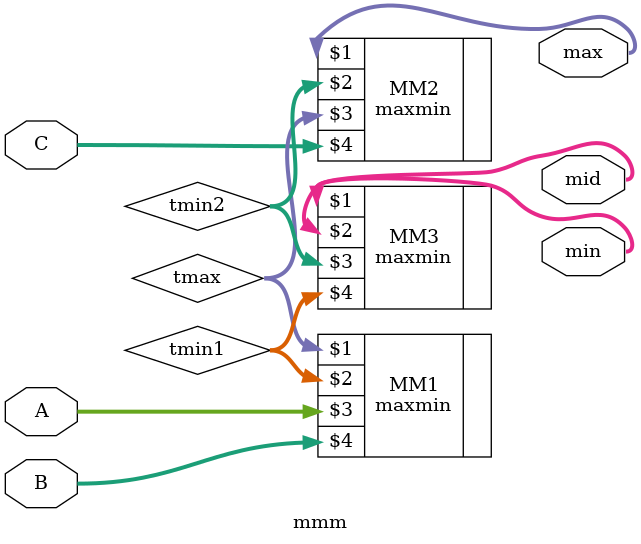
<source format=v>
module mmm(max,mid,min,A,B,C);
input [7:0] A,B,C;
output [7:0] max,mid,min;

wire [7:0] tmax,tmin1;
wire [7:0] max,tmin2;
wire [7:0] mid,min;

maxmin MM1 (tmax,tmin1,A,B);
maxmin MM2 (max,tmin2,tmax,C);
maxmin MM3 (mid,min,tmin2,tmin1);

endmodule
</source>
